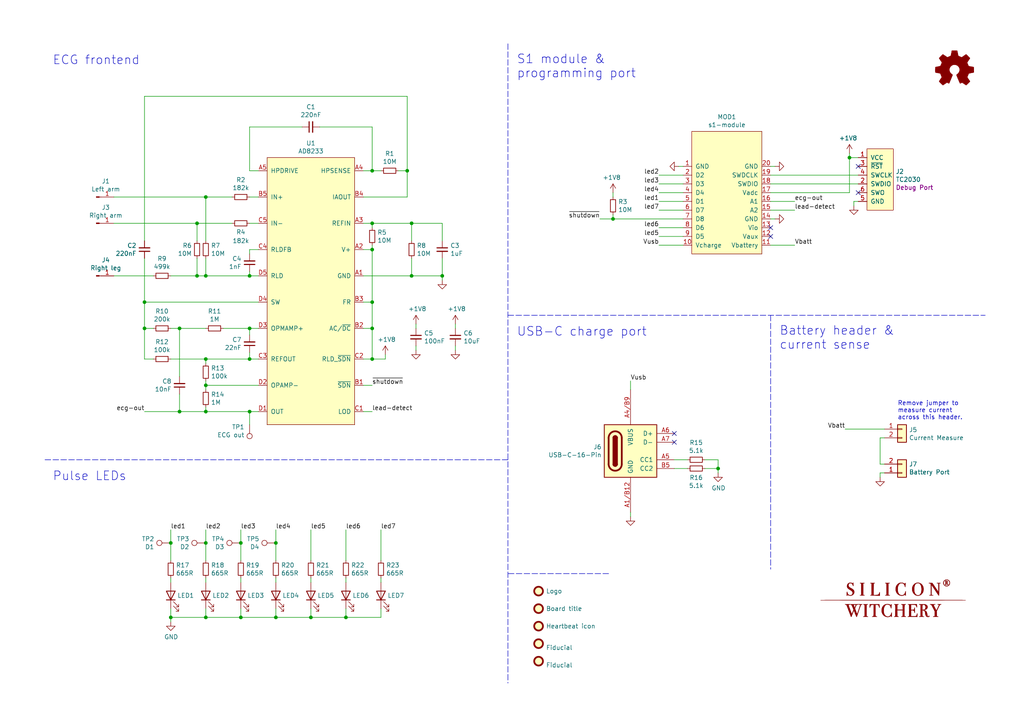
<source format=kicad_sch>
(kicad_sch (version 20211123) (generator eeschema)
  (paper "A4")
  (title_block (title "S1 ECG Demo") (date "2022-01-28") (rev "2") (company "Silicon Witchery AB") (comment 1 "Engineer: Rohit Nareshkumar") (comment 2 "https://creativecommons.org/licenses/by/4.0/") (comment 3 "Attribution 4.0 International License") (comment 4 "Released under the Creative Commons"))
  (lib_symbols
    (symbol "Connector:Conn_01x01_Male" (pin_names (offset 1.016) hide)
      (property "Reference" "J" (at 0 2.54 0))
      (property "Value" "Conn_01x01_Male" (at 0 -2.54 0))
      (symbol "Conn_01x01_Male_1_1"
        (pin passive line (at 5.08 0 180) (length 3.81) (name "Pin_1") (number "1"))
      )
    )
    (symbol "Connector:TestPoint" (pin_numbers hide) (pin_names (offset 0.762) hide)
      (property "Reference" "TP" (at 0 6.858 0))
      (property "Value" "TestPoint" (at 0 5.08 0))
      (symbol "TestPoint_1_1"
        (pin passive line (at 0 0 90) (length 2.54) (name "1") (number "1"))
      )
    )
    (symbol "Connector_Generic:Conn_01x02" (pin_names (offset 1.016) hide)
      (property "Reference" "J" (at 0 2.54 0))
      (property "Value" "Conn_01x02" (at 0 -5.08 0))
      (symbol "Conn_01x02_1_1"
        (pin passive line (at -5.08 0 0) (length 3.81) (name "Pin_1") (number "1"))
        (pin passive line (at -5.08 -2.54 0) (length 3.81) (name "Pin_2") (number "2"))
      )
    )
    (symbol "Device:C_Small" (pin_numbers hide) (pin_names (offset 0.254) hide)
      (property "Reference" "C" (at 0.254 1.778 0))
      (property "Value" "C_Small" (at 0.254 -2.032 0))
      (symbol "C_Small_1_1"
        (pin passive line (at 0 2.54 270) (length 2.032) (name "~") (number "1"))
        (pin passive line (at 0 -2.54 90) (length 2.032) (name "~") (number "2"))
      )
    )
    (symbol "Device:LED" (pin_numbers hide) (pin_names (offset 1.016) hide)
      (property "Reference" "D" (at 0 2.54 0))
      (property "Value" "LED" (at 0 -2.54 0))
      (symbol "LED_1_1"
        (pin passive line (at -3.81 0 0) (length 2.54) (name "K") (number "1"))
        (pin passive line (at 3.81 0 180) (length 2.54) (name "A") (number "2"))
      )
    )
    (symbol "Device:R_Small" (pin_numbers hide) (pin_names (offset 0.254) hide)
      (property "Reference" "R" (at 0.762 0.508 0))
      (property "Value" "R_Small" (at 0.762 -1.016 0))
      (symbol "R_Small_1_1"
        (pin passive line (at 0 2.54 270) (length 0.762) (name "~") (number "1"))
        (pin passive line (at 0 -2.54 90) (length 0.762) (name "~") (number "2"))
      )
    )
    (symbol "Graphic:Logo_Open_Hardware_Small" (pin_names (offset 1.016)))
    (symbol "Mechanical:Fiducial"
      (property "Reference" "FID" (at 0 5.08 0))
      (property "Value" "Fiducial" (at 0 3.175 0))
    )
    (symbol "power:+1V8" (power) (pin_names (offset 0))
      (property "Value" "+1V8" (at 0 3.556 0))
      (symbol "+1V8_1_1"
        (pin power_in line (at 0 0 90) (length 0) hide (name "+1V8") (number "1"))
      )
    )
    (symbol "power:GND" (power) (pin_names (offset 0))
      (property "Value" "GND" (at 0 -3.81 0))
      (symbol "GND_1_1"
        (pin power_in line (at 0 0 270) (length 0) hide (name "GND") (number "1"))
      )
    )
    (symbol "s1-ecg-demo:AD8233" (pin_names (offset 1.016))
      (property "Reference" "U" (at -11.43 43.18 0))
      (property "Value" "AD8233" (at -8.89 40.64 0))
      (symbol "AD8233_1_1"
        (pin power_in line (at 15.24 3.81 180) (length 2.54) (name "GND") (number "A1"))
        (pin power_in line (at 15.24 11.43 180) (length 2.54) (name "V+") (number "A2"))
        (pin passive line (at 15.24 19.05 180) (length 2.54) (name "REFIN") (number "A3"))
        (pin passive line (at 15.24 34.29 180) (length 2.54) (name "HPSENSE") (number "A4"))
        (pin passive line (at -15.24 34.29 0) (length 2.54) (name "HPDRIVE") (number "A5"))
        (pin input line (at 15.24 -27.94 180) (length 2.54) (name "~{SDN}") (number "B1"))
        (pin input line (at 15.24 -11.43 180) (length 2.54) (name "AC/~{DC}") (number "B2"))
        (pin input line (at 15.24 -3.81 180) (length 2.54) (name "FR") (number "B3"))
        (pin passive line (at 15.24 26.67 180) (length 2.54) (name "IAOUT") (number "B4"))
        (pin passive line (at -15.24 26.67 0) (length 2.54) (name "IN+") (number "B5"))
        (pin passive line (at 15.24 -35.56 180) (length 2.54) (name "LOD") (number "C1"))
        (pin input line (at 15.24 -20.32 180) (length 2.54) (name "RLD_~{SDN}") (number "C2"))
        (pin passive line (at -15.24 -20.32 0) (length 2.54) (name "REFOUT") (number "C3"))
        (pin passive line (at -15.24 11.43 0) (length 2.54) (name "RLDFB") (number "C4"))
        (pin passive line (at -15.24 19.05 0) (length 2.54) (name "IN-") (number "C5"))
        (pin passive line (at -15.24 -35.56 0) (length 2.54) (name "OUT") (number "D1"))
        (pin passive line (at -15.24 -27.94 0) (length 2.54) (name "OPAMP-") (number "D2"))
        (pin passive line (at -15.24 -11.43 0) (length 2.54) (name "OPMAMP+") (number "D3"))
        (pin passive line (at -15.24 -3.81 0) (length 2.54) (name "SW") (number "D4"))
        (pin passive line (at -15.24 3.81 0) (length 2.54) (name "RLD") (number "D5"))
      )
    )
    (symbol "s1-ecg-demo:TC2030" (pin_names (offset 1.016))
      (property "Reference" "J" (at -2.54 21.59 0))
      (property "Value" "TC2030" (at -39.37 15.24 0))
      (symbol "TC2030_1_1"
        (pin power_in line (at -5.08 12.7 0) (length 2.54) (name "VCC") (number "1"))
        (pin bidirectional line (at -5.08 5.08 0) (length 2.54) (name "SWDIO") (number "2"))
        (pin bidirectional line (at -5.08 10.16 0) (length 2.54) (name "~{RST}") (number "3"))
        (pin bidirectional line (at -5.08 7.62 0) (length 2.54) (name "SWCLK") (number "4"))
        (pin power_in line (at -5.08 0 0) (length 2.54) (name "GND") (number "5"))
        (pin bidirectional line (at -5.08 2.54 0) (length 2.54) (name "SWO") (number "6"))
      )
    )
    (symbol "s1-ecg-demo:USB-C-16-Pin" (pin_names (offset 1.016))
      (property "Reference" "J" (at -7.62 -8.89 0))
      (property "Value" "USB-C-16-Pin" (at 8.89 -8.89 0))
      (symbol "USB-C-16-Pin_1_1"
        (pin power_in line (at 0 -17.78 90) (length 10.16) (name "GND") (number "A1/B12"))
        (pin passive line (at 0 -17.78 90) (length 10.16) hide (name "GND") (number "A12/B1"))
        (pin power_in line (at 0 17.78 270) (length 10.16) (name "VBUS") (number "A4/B9"))
        (pin bidirectional line (at 12.7 -2.54 180) (length 5.08) (name "CC1") (number "A5"))
        (pin bidirectional line (at 12.7 5.08 180) (length 5.08) (name "D+") (number "A6"))
        (pin bidirectional line (at 12.7 2.54 180) (length 5.08) (name "D-") (number "A7"))
        (pin power_in line (at 0 17.78 270) (length 10.16) hide (name "VBUS") (number "A9/B4"))
        (pin bidirectional line (at 12.7 -5.08 180) (length 5.08) (name "CC2") (number "B5"))
        (pin bidirectional line (at 12.7 5.08 180) (length 5.08) hide (name "D+") (number "B6"))
        (pin bidirectional line (at 12.7 2.54 180) (length 5.08) hide (name "D-") (number "B7"))
      )
    )
    (symbol "s1-module:s1-module" (pin_names (offset 1.016))
      (property "Reference" "MOD" (at 0 -17.78 0))
      (property "Value" "s1-module" (at 0 -15.24 0))
      (symbol "s1-module_1_1"
        (pin power_in line (at -12.7 11.43 0) (length 2.54) (name "GND") (number "1"))
        (pin power_in line (at -12.7 -11.43 0) (length 2.54) (name "Vcharge") (number "10"))
        (pin power_in line (at 12.7 -11.43 180) (length 2.54) (name "Vbattery") (number "11"))
        (pin power_out line (at 12.7 -8.89 180) (length 2.54) (name "Vaux") (number "12"))
        (pin power_out line (at 12.7 -6.35 180) (length 2.54) (name "Vio") (number "13"))
        (pin power_in line (at 12.7 -3.81 180) (length 2.54) (name "GND") (number "14"))
        (pin bidirectional line (at 12.7 -1.27 180) (length 2.54) (name "A2") (number "15"))
        (pin bidirectional line (at 12.7 1.27 180) (length 2.54) (name "A1") (number "16"))
        (pin power_out line (at 12.7 3.81 180) (length 2.54) (name "Vadc") (number "17"))
        (pin bidirectional line (at 12.7 6.35 180) (length 2.54) (name "SWDIO") (number "18"))
        (pin input line (at 12.7 8.89 180) (length 2.54) (name "SWDCLK") (number "19"))
        (pin bidirectional line (at -12.7 8.89 0) (length 2.54) (name "D2") (number "2"))
        (pin power_in line (at 12.7 11.43 180) (length 2.54) (name "GND") (number "20"))
        (pin bidirectional line (at -12.7 6.35 0) (length 2.54) (name "D3") (number "3"))
        (pin bidirectional line (at -12.7 3.81 0) (length 2.54) (name "D4") (number "4"))
        (pin bidirectional line (at -12.7 1.27 0) (length 2.54) (name "D1") (number "5"))
        (pin bidirectional line (at -12.7 -1.27 0) (length 2.54) (name "D7") (number "6"))
        (pin bidirectional line (at -12.7 -3.81 0) (length 2.54) (name "D8") (number "7"))
        (pin bidirectional line (at -12.7 -6.35 0) (length 2.54) (name "D6") (number "8"))
        (pin bidirectional line (at -12.7 -8.89 0) (length 2.54) (name "D5") (number "9"))
      )
    )
    (symbol "sw-logo:LOGO" (pin_names (offset 1.016)))
  )
  (junction (at 69.85 157.48))
  (junction (at 208.28 135.89))
  (junction (at 90.17 179.07))
  (junction (at 177.8 63.5))
  (junction (at 80.01 157.48))
  (junction (at 107.95 64.77))
  (junction (at 72.39 95.25))
  (junction (at 119.38 64.77))
  (junction (at 52.07 95.25))
  (junction (at 41.91 95.25))
  (junction (at 59.69 157.48))
  (junction (at 80.01 179.07))
  (junction (at 107.95 87.63))
  (junction (at 57.15 64.77))
  (junction (at 107.95 95.25))
  (junction (at 52.07 119.38))
  (junction (at 107.95 49.53))
  (junction (at 128.27 80.01))
  (junction (at 59.69 104.14))
  (junction (at 59.69 57.15))
  (junction (at 59.69 80.01))
  (junction (at 72.39 80.01))
  (junction (at 246.38 45.72))
  (junction (at 49.53 179.07))
  (junction (at 72.39 104.14))
  (junction (at 118.11 49.53))
  (junction (at 107.95 104.14))
  (junction (at 59.69 111.76))
  (junction (at 59.69 119.38))
  (junction (at 69.85 179.07))
  (junction (at 41.91 87.63))
  (junction (at 107.95 72.39))
  (junction (at 57.15 80.01))
  (junction (at 59.69 179.07))
  (junction (at 100.33 179.07))
  (junction (at 119.38 80.01))
  (junction (at 72.39 119.38))
  (junction (at 49.53 157.48))
  (no_connect (at 223.52 66.04))
  (no_connect (at 223.52 68.58))
  (no_connect (at 248.92 55.88))
  (no_connect (at 195.58 125.73))
  (no_connect (at 248.92 48.26))
  (no_connect (at 195.58 128.27))
  (wire (pts (xy 72.39 95.25) (xy 64.77 95.25)))
  (wire (pts (xy 177.8 62.23) (xy 177.8 63.5)))
  (wire (pts (xy 100.33 167.64) (xy 100.33 168.91)))
  (wire (pts (xy 182.88 149.86) (xy 182.88 148.59)))
  (wire (pts (xy 196.85 48.26) (xy 198.12 48.26)))
  (wire (pts (xy 90.17 167.64) (xy 90.17 168.91)))
  (wire (pts (xy 41.91 104.14) (xy 44.45 104.14)))
  (wire (pts (xy 191.135 55.88) (xy 198.12 55.88)))
  (wire (pts (xy 255.27 127) (xy 256.54 127)))
  (wire (pts (xy 41.91 27.94) (xy 118.11 27.94)))
  (wire (pts (xy 208.28 135.89) (xy 204.47 135.89)))
  (wire (pts (xy 90.17 153.67) (xy 90.17 162.56)))
  (wire (pts (xy 119.38 80.01) (xy 128.27 80.01)))
  (wire (pts (xy 198.12 60.96) (xy 191.135 60.96)))
  (wire (pts (xy 255.27 134.62) (xy 256.54 134.62)))
  (wire (pts (xy 105.41 72.39) (xy 107.95 72.39)))
  (wire (pts (xy 80.01 176.53) (xy 80.01 179.07)))
  (wire (pts (xy 59.69 69.85) (xy 59.69 57.15)))
  (wire (pts (xy 120.65 101.6) (xy 120.65 100.33)))
  (polyline (pts (xy 147.32 133.35) (xy 12.7 133.35)))
  (wire (pts (xy 72.39 119.38) (xy 74.93 119.38)))
  (wire (pts (xy 132.08 95.25) (xy 132.08 93.98)))
  (wire (pts (xy 69.85 157.48) (xy 69.85 162.56)))
  (wire (pts (xy 195.58 135.89) (xy 199.39 135.89)))
  (wire (pts (xy 72.39 73.66) (xy 72.39 72.39)))
  (wire (pts (xy 59.69 104.14) (xy 59.69 105.41)))
  (wire (pts (xy 41.91 119.38) (xy 52.07 119.38)))
  (wire (pts (xy 198.12 68.58) (xy 191.135 68.58)))
  (wire (pts (xy 246.38 44.45) (xy 246.38 45.72)))
  (wire (pts (xy 33.02 80.01) (xy 44.45 80.01)))
  (wire (pts (xy 74.93 111.76) (xy 59.69 111.76)))
  (wire (pts (xy 107.95 36.83) (xy 107.95 49.53)))
  (wire (pts (xy 80.01 179.07) (xy 90.17 179.07)))
  (wire (pts (xy 223.52 50.8) (xy 248.92 50.8)))
  (wire (pts (xy 100.33 153.67) (xy 100.33 162.56)))
  (wire (pts (xy 52.07 119.38) (xy 59.69 119.38)))
  (wire (pts (xy 118.11 49.53) (xy 118.11 27.94)))
  (wire (pts (xy 90.17 179.07) (xy 90.17 176.53)))
  (wire (pts (xy 107.95 95.25) (xy 107.95 104.14)))
  (wire (pts (xy 119.38 74.93) (xy 119.38 80.01)))
  (polyline (pts (xy 223.52 91.44) (xy 223.52 165.1)))
  (wire (pts (xy 72.39 78.74) (xy 72.39 80.01)))
  (wire (pts (xy 119.38 64.77) (xy 119.38 69.85)))
  (wire (pts (xy 92.71 36.83) (xy 107.95 36.83)))
  (wire (pts (xy 80.01 153.67) (xy 80.01 157.48)))
  (wire (pts (xy 198.12 66.04) (xy 191.135 66.04)))
  (wire (pts (xy 52.07 109.22) (xy 52.07 95.25)))
  (wire (pts (xy 255.27 127) (xy 255.27 134.62)))
  (polyline (pts (xy 176.53 166.37) (xy 147.32 166.37)))
  (wire (pts (xy 49.53 157.48) (xy 49.53 162.56)))
  (wire (pts (xy 57.15 69.85) (xy 57.15 64.77)))
  (wire (pts (xy 59.69 119.38) (xy 72.39 119.38)))
  (wire (pts (xy 80.01 179.07) (xy 69.85 179.07)))
  (wire (pts (xy 105.41 87.63) (xy 107.95 87.63)))
  (wire (pts (xy 74.93 104.14) (xy 72.39 104.14)))
  (wire (pts (xy 177.8 57.15) (xy 177.8 55.88)))
  (wire (pts (xy 110.49 179.07) (xy 110.49 176.53)))
  (wire (pts (xy 223.52 60.96) (xy 230.505 60.96)))
  (wire (pts (xy 49.53 176.53) (xy 49.53 179.07)))
  (wire (pts (xy 49.53 179.07) (xy 59.69 179.07)))
  (wire (pts (xy 69.85 167.64) (xy 69.85 168.91)))
  (wire (pts (xy 107.95 95.25) (xy 107.95 87.63)))
  (wire (pts (xy 223.52 58.42) (xy 230.505 58.42)))
  (wire (pts (xy 59.69 153.67) (xy 59.69 157.48)))
  (wire (pts (xy 246.38 55.88) (xy 246.38 45.72)))
  (wire (pts (xy 59.69 167.64) (xy 59.69 168.91)))
  (wire (pts (xy 118.11 57.15) (xy 118.11 49.53)))
  (wire (pts (xy 208.28 133.35) (xy 208.28 135.89)))
  (wire (pts (xy 107.95 64.77) (xy 119.38 64.77)))
  (wire (pts (xy 74.93 95.25) (xy 72.39 95.25)))
  (wire (pts (xy 132.08 101.6) (xy 132.08 100.33)))
  (wire (pts (xy 191.135 50.8) (xy 198.12 50.8)))
  (wire (pts (xy 105.41 64.77) (xy 107.95 64.77)))
  (wire (pts (xy 59.69 110.49) (xy 59.69 111.76)))
  (wire (pts (xy 120.65 93.98) (xy 120.65 95.25)))
  (wire (pts (xy 87.63 36.83) (xy 72.39 36.83)))
  (wire (pts (xy 59.69 111.76) (xy 59.69 113.03)))
  (wire (pts (xy 59.69 74.93) (xy 59.69 80.01)))
  (wire (pts (xy 105.41 111.76) (xy 107.95 111.76)))
  (wire (pts (xy 105.41 95.25) (xy 107.95 95.25)))
  (wire (pts (xy 128.27 81.28) (xy 128.27 80.01)))
  (wire (pts (xy 72.39 36.83) (xy 72.39 49.53)))
  (wire (pts (xy 223.52 71.12) (xy 230.505 71.12)))
  (wire (pts (xy 49.53 180.34) (xy 49.53 179.07)))
  (wire (pts (xy 223.52 53.34) (xy 248.92 53.34)))
  (wire (pts (xy 105.41 49.53) (xy 107.95 49.53)))
  (wire (pts (xy 72.39 49.53) (xy 74.93 49.53)))
  (wire (pts (xy 111.76 104.14) (xy 107.95 104.14)))
  (wire (pts (xy 72.39 123.19) (xy 72.39 119.38)))
  (wire (pts (xy 224.79 63.5) (xy 223.52 63.5)))
  (wire (pts (xy 255.27 138.43) (xy 255.27 137.16)))
  (polyline (pts (xy 147.32 12.7) (xy 147.32 198.12)))
  (wire (pts (xy 49.53 167.64) (xy 49.53 168.91)))
  (wire (pts (xy 59.69 57.15) (xy 67.31 57.15)))
  (wire (pts (xy 128.27 80.01) (xy 128.27 74.93)))
  (wire (pts (xy 195.58 133.35) (xy 199.39 133.35)))
  (wire (pts (xy 72.39 57.15) (xy 74.93 57.15)))
  (wire (pts (xy 247.65 59.69) (xy 247.65 58.42)))
  (wire (pts (xy 107.95 104.14) (xy 105.41 104.14)))
  (wire (pts (xy 107.95 72.39) (xy 107.95 71.12)))
  (wire (pts (xy 247.65 58.42) (xy 248.92 58.42)))
  (wire (pts (xy 80.01 157.48) (xy 80.01 162.56)))
  (wire (pts (xy 105.41 119.38) (xy 107.95 119.38)))
  (wire (pts (xy 111.76 102.87) (xy 111.76 104.14)))
  (wire (pts (xy 128.27 64.77) (xy 119.38 64.77)))
  (wire (pts (xy 177.8 63.5) (xy 173.99 63.5)))
  (wire (pts (xy 115.57 49.53) (xy 118.11 49.53)))
  (polyline (pts (xy 147.32 91.44) (xy 285.75 91.44)))
  (wire (pts (xy 110.49 167.64) (xy 110.49 168.91)))
  (wire (pts (xy 198.12 71.12) (xy 191.135 71.12)))
  (wire (pts (xy 107.95 66.04) (xy 107.95 64.77)))
  (wire (pts (xy 208.28 137.16) (xy 208.28 135.89)))
  (wire (pts (xy 49.53 104.14) (xy 59.69 104.14)))
  (wire (pts (xy 72.39 104.14) (xy 59.69 104.14)))
  (wire (pts (xy 41.91 87.63) (xy 74.93 87.63)))
  (wire (pts (xy 49.53 153.67) (xy 49.53 157.48)))
  (wire (pts (xy 41.91 95.25) (xy 44.45 95.25)))
  (wire (pts (xy 52.07 95.25) (xy 59.69 95.25)))
  (wire (pts (xy 128.27 69.85) (xy 128.27 64.77)))
  (wire (pts (xy 59.69 80.01) (xy 72.39 80.01)))
  (wire (pts (xy 105.41 80.01) (xy 119.38 80.01)))
  (wire (pts (xy 110.49 153.67) (xy 110.49 162.56)))
  (wire (pts (xy 182.88 110.49) (xy 182.88 113.03)))
  (wire (pts (xy 72.39 64.77) (xy 74.93 64.77)))
  (wire (pts (xy 41.91 95.25) (xy 41.91 104.14)))
  (wire (pts (xy 72.39 72.39) (xy 74.93 72.39)))
  (wire (pts (xy 105.41 57.15) (xy 118.11 57.15)))
  (wire (pts (xy 246.38 45.72) (xy 248.92 45.72)))
  (wire (pts (xy 245.11 124.46) (xy 256.54 124.46)))
  (wire (pts (xy 59.69 176.53) (xy 59.69 179.07)))
  (wire (pts (xy 107.95 72.39) (xy 107.95 87.63)))
  (wire (pts (xy 67.31 64.77) (xy 57.15 64.77)))
  (wire (pts (xy 59.69 118.11) (xy 59.69 119.38)))
  (wire (pts (xy 41.91 69.85) (xy 41.91 27.94)))
  (wire (pts (xy 57.15 74.93) (xy 57.15 80.01)))
  (wire (pts (xy 90.17 179.07) (xy 100.33 179.07)))
  (wire (pts (xy 223.52 48.26) (xy 224.79 48.26)))
  (wire (pts (xy 177.8 63.5) (xy 198.12 63.5)))
  (wire (pts (xy 110.49 49.53) (xy 107.95 49.53)))
  (wire (pts (xy 255.27 137.16) (xy 256.54 137.16)))
  (wire (pts (xy 49.53 95.25) (xy 52.07 95.25)))
  (wire (pts (xy 100.33 179.07) (xy 110.49 179.07)))
  (wire (pts (xy 33.02 57.15) (xy 59.69 57.15)))
  (wire (pts (xy 41.91 87.63) (xy 41.91 95.25)))
  (wire (pts (xy 33.02 64.77) (xy 57.15 64.77)))
  (wire (pts (xy 223.52 55.88) (xy 246.38 55.88)))
  (wire (pts (xy 59.69 179.07) (xy 69.85 179.07)))
  (wire (pts (xy 72.39 80.01) (xy 74.93 80.01)))
  (wire (pts (xy 72.39 102.235) (xy 72.39 104.14)))
  (wire (pts (xy 69.85 176.53) (xy 69.85 179.07)))
  (wire (pts (xy 198.12 58.42) (xy 191.135 58.42)))
  (wire (pts (xy 72.39 97.155) (xy 72.39 95.25)))
  (wire (pts (xy 191.135 53.34) (xy 198.12 53.34)))
  (wire (pts (xy 100.33 179.07) (xy 100.33 176.53)))
  (wire (pts (xy 52.07 114.3) (xy 52.07 119.38)))
  (wire (pts (xy 80.01 167.64) (xy 80.01 168.91)))
  (wire (pts (xy 49.53 80.01) (xy 57.15 80.01)))
  (wire (pts (xy 59.69 157.48) (xy 59.69 162.56)))
  (wire (pts (xy 41.91 74.93) (xy 41.91 87.63)))
  (wire (pts (xy 57.15 80.01) (xy 59.69 80.01)))
  (wire (pts (xy 69.85 153.67) (xy 69.85 157.48)))
  (wire (pts (xy 204.47 133.35) (xy 208.28 133.35)))
  (text "Battery header &\ncurrent sense" (at 226.06 101.6 0) (effects (font (size 2.54 2.54)) (justify left bottom)))
  (text "USB-C charge port" (at 149.86 97.79 0) (effects (font (size 2.54 2.54)) (justify left bottom)))
  (text "S1 module &\nprogramming port" (at 149.86 22.86 0) (effects (font (size 2.54 2.54)) (justify left bottom)))
  (text "ECG frontend" (at 15.24 19.05 0) (effects (font (size 2.54 2.54)) (justify left bottom)))
  (text "Remove jumper to\nmeasure current\nacross this header." (at 260.35 121.92 0) (effects (font (size 1.27 1.27)) (justify left bottom)))
  (text "Pulse LEDs" (at 15.24 139.7 0) (effects (font (size 2.54 2.54)) (justify left bottom)))
  (label "led7" (at 110.49 153.67 0))
  (label "led1" (at 49.53 153.67 0))
  (label "Vusb" (at 191.135 71.12 180))
  (label "~{shutdown}" (at 173.99 63.5 180))
  (label "Vbatt" (at 245.11 124.46 180))
  (label "lead-detect" (at 107.95 119.38 0))
  (label "Vbatt" (at 230.505 71.12 0))
  (label "led1" (at 191.135 58.42 180))
  (label "led4" (at 80.01 153.67 0))
  (label "led4" (at 191.135 55.88 180))
  (label "ecg-out" (at 41.91 119.38 180))
  (label "led5" (at 191.135 68.58 180))
  (label "led3" (at 191.135 53.34 180))
  (label "led2" (at 191.135 50.8 180))
  (label "led6" (at 191.135 66.04 180))
  (label "led2" (at 59.69 153.67 0))
  (label "lead-detect" (at 230.505 60.96 0))
  (label "ecg-out" (at 230.505 58.42 0))
  (label "led5" (at 90.17 153.67 0))
  (label "Vusb" (at 182.88 110.49 0))
  (label "led6" (at 100.33 153.67 0))
  (label "led7" (at 191.135 60.96 180))
  (label "led3" (at 69.85 153.67 0))
  (label "~{shutdown}" (at 107.95 111.76 0))
  (symbol (lib_id "s1-module:s1-module") (at 210.82 59.69 0) (unit 1)
    (property "Reference" "MOD1" (at 210.82 33.909 0))
    (property "Value" "s1-module" (at 210.82 36.2204 0))
    (property "Footprint" "s1-module:s1-module" (effects hide))
  )
  (symbol (lib_id "sw-logo:LOGO") (at 259.08 173.99 0) (unit 1)
    (property "Reference" "#G1" (effects hide))
    (property "Value" "LOGO" (effects hide))
  )
  (symbol (lib_id "s1-ecg-demo:AD8233") (at 90.17 83.82 0) (unit 1)
    (property "Reference" "U1" (at 90.17 41.529 0))
    (property "Value" "AD8233" (at 90.17 43.8404 0))
    (property "Footprint" "s1-ecg-demo:WLCSP-20" (effects hide))
    (property "Datasheet" "https://www.analog.com/media/en/technical-documentation/data-sheets/ad8233.pdf" (effects hide))
  )
  (symbol (lib_id "Device:C_Small") (at 90.17 36.83 90) (unit 1)
    (property "Reference" "C1" (at 90.17 31.0134 90))
    (property "Value" "220nF" (at 90.17 33.3248 90))
    (property "Footprint" "Capacitor_SMD:C_0402_1005Metric" (effects hide))
  )
  (symbol (lib_id "Device:C_Small") (at 120.65 97.79 0) (unit 1)
    (property "Reference" "C5" (at 122.9868 96.6216 0) (effects (justify left)))
    (property "Value" "100nF" (at 122.9868 98.933 0) (effects (justify left)))
    (property "Footprint" "Capacitor_SMD:C_0402_1005Metric" (effects hide))
  )
  (symbol (lib_id "Device:C_Small") (at 128.27 72.39 0) (unit 1)
    (property "Reference" "C3" (at 130.6068 71.2216 0) (effects (justify left)))
    (property "Value" "1uF" (at 130.6068 73.533 0) (effects (justify left)))
    (property "Footprint" "Capacitor_SMD:C_0402_1005Metric" (effects hide))
  )
  (symbol (lib_id "s1-ecg-demo:USB-C-16-Pin") (at 182.88 130.81 0) (unit 1)
    (property "Reference" "J6" (at 174.498 129.6416 0) (effects (justify right)))
    (property "Value" "USB-C-16-Pin" (at 174.498 131.953 0) (effects (justify right)))
    (property "Footprint" "s1-ecg-demo:DX07S016JA1R1500" (effects hide))
    (property "Datasheet" "https://www.mouser.se/datasheet/2/206/JAE_Electronics_01282020_DX07-1729578.pdf" (effects hide))
  )
  (symbol (lib_id "Device:C_Small") (at 72.39 76.2 180) (unit 1)
    (property "Reference" "C4" (at 70.0532 75.0316 0) (effects (justify left)))
    (property "Value" "1nF" (at 70.0532 77.343 0) (effects (justify left)))
    (property "Footprint" "Capacitor_SMD:C_0402_1005Metric" (effects hide))
  )
  (symbol (lib_id "Device:C_Small") (at 41.91 72.39 180) (unit 1)
    (property "Reference" "C2" (at 39.5986 71.2216 0) (effects (justify left)))
    (property "Value" "220nF" (at 39.5986 73.533 0) (effects (justify left)))
    (property "Footprint" "Capacitor_SMD:C_0402_1005Metric" (effects hide))
  )
  (symbol (lib_id "Device:C_Small") (at 72.39 99.695 180) (unit 1)
    (property "Reference" "C7" (at 70.0532 98.5266 0) (effects (justify left)))
    (property "Value" "22nF" (at 70.0532 100.838 0) (effects (justify left)))
    (property "Footprint" "Capacitor_SMD:C_0402_1005Metric" (effects hide))
  )
  (symbol (lib_id "Device:C_Small") (at 52.07 111.76 180) (unit 1)
    (property "Reference" "C8" (at 49.7586 110.5916 0) (effects (justify left)))
    (property "Value" "10nF" (at 49.7586 112.903 0) (effects (justify left)))
    (property "Footprint" "Capacitor_SMD:C_0402_1005Metric" (effects hide))
  )
  (symbol (lib_id "Device:R_Small") (at 201.93 133.35 270) (unit 1)
    (property "Reference" "R15" (at 201.93 128.3716 90))
    (property "Value" "5.1k" (at 201.93 130.683 90))
    (property "Footprint" "Resistor_SMD:R_0201_0603Metric" (effects hide))
  )
  (symbol (lib_id "Device:R_Small") (at 201.93 135.89 270) (unit 1)
    (property "Reference" "R16" (at 201.93 138.5316 90))
    (property "Value" "5.1k" (at 201.93 140.843 90))
    (property "Footprint" "Resistor_SMD:R_0201_0603Metric" (effects hide))
  )
  (symbol (lib_id "Device:R_Small") (at 59.69 115.57 0) (unit 1)
    (property "Reference" "R14" (at 61.1886 114.4016 0) (effects (justify left)))
    (property "Value" "1M" (at 61.1886 116.713 0) (effects (justify left)))
    (property "Footprint" "Resistor_SMD:R_0201_0603Metric" (effects hide))
  )
  (symbol (lib_id "Device:R_Small") (at 59.69 107.95 0) (unit 1)
    (property "Reference" "R13" (at 61.1886 106.7816 0) (effects (justify left)))
    (property "Value" "100k" (at 61.1886 109.093 0) (effects (justify left)))
    (property "Footprint" "Resistor_SMD:R_0201_0603Metric" (effects hide))
  )
  (symbol (lib_id "Device:R_Small") (at 62.23 95.25 270) (unit 1)
    (property "Reference" "R11" (at 62.23 90.2716 90))
    (property "Value" "1M" (at 62.23 92.583 90))
    (property "Footprint" "Resistor_SMD:R_0201_0603Metric" (effects hide))
  )
  (symbol (lib_id "Device:R_Small") (at 107.95 68.58 0) (unit 1)
    (property "Reference" "R5" (at 109.4486 67.4116 0) (effects (justify left)))
    (property "Value" "10M" (at 109.4486 69.723 0) (effects (justify left)))
    (property "Footprint" "Resistor_SMD:R_0201_0603Metric" (effects hide))
  )
  (symbol (lib_id "Device:R_Small") (at 113.03 49.53 270) (unit 1)
    (property "Reference" "R1" (at 113.03 44.5516 90))
    (property "Value" "10M" (at 113.03 46.863 90))
    (property "Footprint" "Resistor_SMD:R_0201_0603Metric" (effects hide))
  )
  (symbol (lib_id "Device:R_Small") (at 119.38 72.39 0) (unit 1)
    (property "Reference" "R8" (at 120.8786 71.2216 0) (effects (justify left)))
    (property "Value" "10M" (at 120.8786 73.533 0) (effects (justify left)))
    (property "Footprint" "Resistor_SMD:R_0201_0603Metric" (effects hide))
  )
  (symbol (lib_id "s1-ecg-demo:TC2030") (at 254 58.42 0) (unit 1)
    (property "Reference" "J2" (at 259.7912 49.7586 0) (effects (justify left)))
    (property "Value" "TC2030" (at 259.7912 52.07 0) (effects (justify left)))
    (property "Footprint" "Connector:Tag-Connect_TC2030-IDC-NL_2x03_P1.27mm_Vertical" (effects hide))
    (property "Note" "Debug Port" (at 259.7912 54.3814 0) (effects (justify left)))
  )
  (symbol (lib_id "Device:R_Small") (at 59.69 72.39 0) (unit 1)
    (property "Reference" "R7" (at 61.1886 71.2216 0) (effects (justify left)))
    (property "Value" "10M" (at 61.1886 73.533 0) (effects (justify left)))
    (property "Footprint" "Resistor_SMD:R_0201_0603Metric" (effects hide))
  )
  (symbol (lib_id "Device:R_Small") (at 46.99 80.01 270) (unit 1)
    (property "Reference" "R9" (at 46.99 75.0316 90))
    (property "Value" "499k" (at 46.99 77.343 90))
    (property "Footprint" "Resistor_SMD:R_0201_0603Metric" (effects hide))
  )
  (symbol (lib_id "Device:R_Small") (at 57.15 72.39 0) (unit 1)
    (property "Reference" "R6" (at 55.6514 71.2216 0) (effects (justify right)))
    (property "Value" "10M" (at 55.6514 73.533 0) (effects (justify right)))
    (property "Footprint" "Resistor_SMD:R_0201_0603Metric" (effects hide))
  )
  (symbol (lib_id "Device:R_Small") (at 69.85 57.15 270) (unit 1)
    (property "Reference" "R2" (at 69.85 52.1716 90))
    (property "Value" "182k" (at 69.85 54.483 90))
    (property "Footprint" "Resistor_SMD:R_0201_0603Metric" (effects hide))
  )
  (symbol (lib_id "Device:R_Small") (at 69.85 64.77 270) (unit 1)
    (property "Reference" "R4" (at 69.85 67.31 90))
    (property "Value" "182k" (at 69.85 69.85 90))
    (property "Footprint" "Resistor_SMD:R_0201_0603Metric" (effects hide))
  )
  (symbol (lib_id "Device:LED") (at 59.69 172.72 90) (unit 1)
    (property "Reference" "LED2" (at 61.595 172.72 90) (effects (justify right)))
    (property "Value" "LED" (effects hide))
    (property "Footprint" "LED_SMD:LED_0603_1608Metric" (effects hide))
  )
  (symbol (lib_id "Device:LED") (at 69.85 172.72 90) (unit 1)
    (property "Reference" "LED3" (at 71.755 172.72 90) (effects (justify right)))
    (property "Value" "LED" (effects hide))
    (property "Footprint" "LED_SMD:LED_0603_1608Metric" (effects hide))
  )
  (symbol (lib_id "Device:LED") (at 80.01 172.72 90) (unit 1)
    (property "Reference" "LED4" (at 81.915 172.72 90) (effects (justify right)))
    (property "Value" "LED" (effects hide))
    (property "Footprint" "LED_SMD:LED_0603_1608Metric" (effects hide))
  )
  (symbol (lib_id "Mechanical:Fiducial") (at 156.21 171.45 0) (unit 1)
    (property "Reference" "FID1" (effects hide))
    (property "Value" "Logo" (at 158.369 171.45 0) (effects (justify left)))
    (property "Footprint" "s1-ecg-demo:sw-logo" (effects hide))
  )
  (symbol (lib_id "Mechanical:Fiducial") (at 156.21 176.53 0) (unit 1)
    (property "Reference" "FID2" (effects hide))
    (property "Value" "Board title" (at 158.369 176.53 0) (effects (justify left)))
    (property "Footprint" "s1-ecg-demo:title" (effects hide))
  )
  (symbol (lib_id "Mechanical:Fiducial") (at 156.21 181.61 0) (unit 1)
    (property "Reference" "FID3" (effects hide))
    (property "Value" "Heartbeat icon" (at 158.369 181.61 0) (effects (justify left)))
    (property "Footprint" "s1-ecg-demo:heartbeat" (effects hide))
  )
  (symbol (lib_id "Mechanical:Fiducial") (at 156.21 186.69 0) (unit 1)
    (property "Reference" "FID4" (effects hide))
    (property "Value" "Fiducial" (at 158.369 187.833 0) (effects (justify left)))
    (property "Footprint" "Fiducial:Fiducial_0.5mm_Mask1mm" (effects hide))
  )
  (symbol (lib_id "Mechanical:Fiducial") (at 156.21 191.77 0) (unit 1)
    (property "Reference" "FID5" (effects hide))
    (property "Value" "Fiducial" (at 158.369 192.913 0) (effects (justify left)))
    (property "Footprint" "Fiducial:Fiducial_0.5mm_Mask1mm" (effects hide))
  )
  (symbol (lib_id "Device:LED") (at 90.17 172.72 90) (unit 1)
    (property "Reference" "LED5" (at 92.075 172.72 90) (effects (justify right)))
    (property "Value" "LED" (effects hide))
    (property "Footprint" "LED_SMD:LED_0603_1608Metric" (effects hide))
  )
  (symbol (lib_id "Device:LED") (at 100.33 172.72 90) (unit 1)
    (property "Reference" "LED6" (at 102.235 172.72 90) (effects (justify right)))
    (property "Value" "LED" (effects hide))
    (property "Footprint" "LED_SMD:LED_0603_1608Metric" (effects hide))
  )
  (symbol (lib_id "Device:LED") (at 110.49 172.72 90) (unit 1)
    (property "Reference" "LED7" (at 112.395 172.72 90) (effects (justify right)))
    (property "Value" "LED" (effects hide))
    (property "Footprint" "LED_SMD:LED_0603_1608Metric" (effects hide))
  )
  (symbol (lib_id "Device:R_Small") (at 46.99 95.25 90) (unit 1)
    (property "Reference" "R10" (at 46.99 90.2716 90))
    (property "Value" "200k" (at 46.99 92.583 90))
    (property "Footprint" "Resistor_SMD:R_0201_0603Metric" (effects hide))
  )
  (symbol (lib_id "Device:R_Small") (at 46.99 104.14 270) (unit 1)
    (property "Reference" "R12" (at 46.99 99.1616 90))
    (property "Value" "100k" (at 46.99 101.473 90))
    (property "Footprint" "Resistor_SMD:R_0201_0603Metric" (effects hide))
  )
  (symbol (lib_id "Connector_Generic:Conn_01x02") (at 261.62 137.16 0) (mirror x) (unit 1)
    (property "Reference" "J7" (at 263.652 134.62 0) (effects (justify left)))
    (property "Value" "Battery Port" (at 263.652 136.9314 0) (effects (justify left)))
    (property "Footprint" "s1-ecg-demo:Conn_2_SMD_2.54mm" (effects hide))
  )
  (symbol (lib_id "Device:R_Small") (at 59.69 165.1 180) (unit 1)
    (property "Reference" "R18" (at 61.1886 163.9316 0) (effects (justify right)))
    (property "Value" "665R" (at 61.1886 166.243 0) (effects (justify right)))
    (property "Footprint" "Resistor_SMD:R_0201_0603Metric" (effects hide))
  )
  (symbol (lib_id "Device:R_Small") (at 69.85 165.1 180) (unit 1)
    (property "Reference" "R19" (at 71.3486 163.9316 0) (effects (justify right)))
    (property "Value" "665R" (at 71.3486 166.243 0) (effects (justify right)))
    (property "Footprint" "Resistor_SMD:R_0201_0603Metric" (effects hide))
  )
  (symbol (lib_id "Device:R_Small") (at 80.01 165.1 180) (unit 1)
    (property "Reference" "R20" (at 81.5086 163.9316 0) (effects (justify right)))
    (property "Value" "665R" (at 81.5086 166.243 0) (effects (justify right)))
    (property "Footprint" "Resistor_SMD:R_0201_0603Metric" (effects hide))
  )
  (symbol (lib_id "Device:R_Small") (at 90.17 165.1 180) (unit 1)
    (property "Reference" "R21" (at 91.6686 163.9316 0) (effects (justify right)))
    (property "Value" "665R" (at 91.6686 166.243 0) (effects (justify right)))
    (property "Footprint" "Resistor_SMD:R_0201_0603Metric" (effects hide))
  )
  (symbol (lib_id "Device:R_Small") (at 100.33 165.1 180) (unit 1)
    (property "Reference" "R22" (at 101.8286 163.9316 0) (effects (justify right)))
    (property "Value" "665R" (at 101.8286 166.243 0) (effects (justify right)))
    (property "Footprint" "Resistor_SMD:R_0201_0603Metric" (effects hide))
  )
  (symbol (lib_id "Device:R_Small") (at 110.49 165.1 180) (unit 1)
    (property "Reference" "R23" (at 111.9886 163.9316 0) (effects (justify right)))
    (property "Value" "665R" (at 111.9886 166.243 0) (effects (justify right)))
    (property "Footprint" "Resistor_SMD:R_0201_0603Metric" (effects hide))
  )
  (symbol (lib_id "Device:LED") (at 49.53 172.72 90) (unit 1)
    (property "Reference" "LED1" (at 51.435 172.72 90) (effects (justify right)))
    (property "Value" "LED" (effects hide))
    (property "Footprint" "LED_SMD:LED_0603_1608Metric" (effects hide))
  )
  (symbol (lib_id "Device:R_Small") (at 49.53 165.1 180) (unit 1)
    (property "Reference" "R17" (at 51.0286 163.9316 0) (effects (justify right)))
    (property "Value" "665R" (at 51.0286 166.243 0) (effects (justify right)))
    (property "Footprint" "Resistor_SMD:R_0201_0603Metric" (effects hide))
  )
  (symbol (lib_id "Device:C_Small") (at 132.08 97.79 0) (unit 1)
    (property "Reference" "C6" (at 134.4168 96.6216 0) (effects (justify left)))
    (property "Value" "10uF" (at 134.4168 98.933 0) (effects (justify left)))
    (property "Footprint" "Capacitor_SMD:C_0402_1005Metric" (effects hide))
  )
  (symbol (lib_id "Connector:Conn_01x01_Male") (at 27.94 57.15 0) (unit 1)
    (property "Reference" "J1" (at 30.6832 52.5526 0))
    (property "Value" "Left arm" (at 30.6832 54.864 0))
    (property "Footprint" "s1-ecg-demo:ECG-pad" (effects hide))
  )
  (symbol (lib_id "Connector:Conn_01x01_Male") (at 27.94 64.77 0) (unit 1)
    (property "Reference" "J3" (at 30.6832 60.1726 0))
    (property "Value" "Right arm" (at 30.6832 62.484 0))
    (property "Footprint" "s1-ecg-demo:ECG-pad" (effects hide))
  )
  (symbol (lib_id "Connector:Conn_01x01_Male") (at 27.94 80.01 0) (unit 1)
    (property "Reference" "J4" (at 30.6832 75.4126 0))
    (property "Value" "Right leg" (at 30.6832 77.724 0))
    (property "Footprint" "s1-ecg-demo:ECG-pad" (effects hide))
  )
  (symbol (lib_id "Connector:TestPoint") (at 72.39 123.19 180) (unit 1)
    (property "Reference" "TP1" (at 70.9168 123.8504 0) (effects (justify left)))
    (property "Value" "ECG out" (at 70.9168 126.1618 0) (effects (justify left)))
    (property "Footprint" "TestPoint:TestPoint_Pad_D1.0mm" (effects hide))
  )
  (symbol (lib_id "Connector:TestPoint") (at 49.53 157.48 90) (unit 1)
    (property "Reference" "TP2" (at 44.7548 156.3116 90) (effects (justify left)))
    (property "Value" "D1" (at 44.7548 158.623 90) (effects (justify left)))
    (property "Footprint" "TestPoint:TestPoint_Pad_D1.0mm" (effects hide))
  )
  (symbol (lib_id "Connector:TestPoint") (at 59.69 157.48 90) (unit 1)
    (property "Reference" "TP3" (at 54.9148 156.3116 90) (effects (justify left)))
    (property "Value" "D2" (at 54.9148 158.623 90) (effects (justify left)))
    (property "Footprint" "TestPoint:TestPoint_Pad_D1.0mm" (effects hide))
  )
  (symbol (lib_id "Connector:TestPoint") (at 69.85 157.48 90) (unit 1)
    (property "Reference" "TP4" (at 65.0748 156.3116 90) (effects (justify left)))
    (property "Value" "D3" (at 65.0748 158.623 90) (effects (justify left)))
    (property "Footprint" "TestPoint:TestPoint_Pad_D1.0mm" (effects hide))
  )
  (symbol (lib_id "Connector:TestPoint") (at 80.01 157.48 90) (unit 1)
    (property "Reference" "TP5" (at 75.2348 156.3116 90) (effects (justify left)))
    (property "Value" "D4" (at 75.2348 158.623 90) (effects (justify left)))
    (property "Footprint" "TestPoint:TestPoint_Pad_D1.0mm" (effects hide))
  )
  (symbol (lib_id "power:+1V8") (at 246.38 44.45 0) (mirror y) (unit 1)
    (property "Reference" "#PWR01" (effects hide))
    (property "Value" "+1V8" (at 245.999 40.0558 0))
  )
  (symbol (lib_id "power:GND") (at 49.53 180.34 0) (unit 1)
    (property "Reference" "#PWR016" (effects hide))
    (property "Value" "GND" (at 49.657 184.7342 0))
  )
  (symbol (lib_id "power:GND") (at 224.79 63.5 90) (unit 1)
    (property "Reference" "#PWR06" (effects hide))
    (property "Value" "GND" (effects hide))
  )
  (symbol (lib_id "power:+1V8") (at 111.76 102.87 0) (unit 1)
    (property "Reference" "#PWR012" (effects hide))
    (property "Value" "+1V8" (at 112.141 98.4758 0))
  )
  (symbol (lib_id "power:GND") (at 128.27 81.28 0) (unit 1)
    (property "Reference" "#PWR07" (effects hide))
    (property "Value" "GND" (effects hide))
  )
  (symbol (lib_id "power:+1V8") (at 120.65 93.98 0) (unit 1)
    (property "Reference" "#PWR08" (effects hide))
    (property "Value" "+1V8" (at 121.031 89.5858 0))
  )
  (symbol (lib_id "power:GND") (at 120.65 101.6 0) (unit 1)
    (property "Reference" "#PWR010" (effects hide))
    (property "Value" "GND" (effects hide))
  )
  (symbol (lib_id "Connector_Generic:Conn_01x02") (at 261.62 124.46 0) (unit 1)
    (property "Reference" "J5" (at 263.652 124.6632 0) (effects (justify left)))
    (property "Value" "Current Measure" (at 263.652 126.9746 0) (effects (justify left)))
    (property "Footprint" "s1-ecg-demo:Conn_2_SMD_2.54mm" (effects hide))
  )
  (symbol (lib_id "power:GND") (at 196.85 48.26 270) (unit 1)
    (property "Reference" "#PWR02" (effects hide))
    (property "Value" "GND" (effects hide))
  )
  (symbol (lib_id "power:GND") (at 182.88 149.86 0) (unit 1)
    (property "Reference" "#PWR015" (effects hide))
    (property "Value" "GND" (effects hide))
  )
  (symbol (lib_id "power:GND") (at 224.79 48.26 90) (unit 1)
    (property "Reference" "#PWR03" (effects hide))
    (property "Value" "GND" (effects hide))
  )
  (symbol (lib_id "power:GND") (at 255.27 138.43 0) (unit 1)
    (property "Reference" "#PWR014" (effects hide))
    (property "Value" "GND" (effects hide))
  )
  (symbol (lib_id "power:GND") (at 247.65 59.69 0) (unit 1)
    (property "Reference" "#PWR05" (effects hide))
    (property "Value" "GND" (effects hide))
  )
  (symbol (lib_id "power:GND") (at 132.08 101.6 0) (unit 1)
    (property "Reference" "#PWR011" (effects hide))
    (property "Value" "GND" (effects hide))
  )
  (symbol (lib_id "power:+1V8") (at 132.08 93.98 0) (unit 1)
    (property "Reference" "#PWR09" (effects hide))
    (property "Value" "+1V8" (at 132.461 89.5858 0))
  )
  (symbol (lib_id "Device:R_Small") (at 177.8 59.69 0) (unit 1)
    (property "Reference" "R3" (at 179.2986 58.5216 0) (effects (justify left)))
    (property "Value" "10M" (at 179.2986 60.833 0) (effects (justify left)))
    (property "Footprint" "Resistor_SMD:R_0201_0603Metric" (effects hide))
  )
  (symbol (lib_id "power:+1V8") (at 177.8 55.88 0) (mirror y) (unit 1)
    (property "Reference" "#PWR04" (effects hide))
    (property "Value" "+1V8" (at 177.419 51.4858 0))
  )
  (symbol (lib_id "power:GND") (at 208.28 137.16 0) (unit 1)
    (property "Reference" "#PWR013" (effects hide))
    (property "Value" "GND" (at 208.407 141.5542 0))
  )
  (symbol (lib_id "Graphic:Logo_Open_Hardware_Small") (at 276.86 20.32 0) (unit 1)
    (property "Reference" "#LOGO1" (effects hide))
    (property "Value" "Logo_Open_Hardware_Small" (effects hide))
  )
)
</source>
